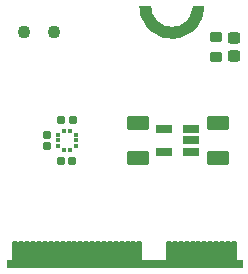
<source format=gbr>
%TF.GenerationSoftware,KiCad,Pcbnew,9.0.0*%
%TF.CreationDate,2025-05-23T15:59:46+04:00*%
%TF.ProjectId,02_04_sensor_barometer_BMP390L,30325f30-345f-4736-956e-736f725f6261,rev?*%
%TF.SameCoordinates,Original*%
%TF.FileFunction,Soldermask,Top*%
%TF.FilePolarity,Negative*%
%FSLAX46Y46*%
G04 Gerber Fmt 4.6, Leading zero omitted, Abs format (unit mm)*
G04 Created by KiCad (PCBNEW 9.0.0) date 2025-05-23 15:59:46*
%MOMM*%
%LPD*%
G01*
G04 APERTURE LIST*
G04 Aperture macros list*
%AMRoundRect*
0 Rectangle with rounded corners*
0 $1 Rounding radius*
0 $2 $3 $4 $5 $6 $7 $8 $9 X,Y pos of 4 corners*
0 Add a 4 corners polygon primitive as box body*
4,1,4,$2,$3,$4,$5,$6,$7,$8,$9,$2,$3,0*
0 Add four circle primitives for the rounded corners*
1,1,$1+$1,$2,$3*
1,1,$1+$1,$4,$5*
1,1,$1+$1,$6,$7*
1,1,$1+$1,$8,$9*
0 Add four rect primitives between the rounded corners*
20,1,$1+$1,$2,$3,$4,$5,0*
20,1,$1+$1,$4,$5,$6,$7,0*
20,1,$1+$1,$6,$7,$8,$9,0*
20,1,$1+$1,$8,$9,$2,$3,0*%
G04 Aperture macros list end*
%ADD10C,0.100000*%
%ADD11C,0.000000*%
%ADD12RoundRect,0.101600X0.175000X0.725000X-0.175000X0.725000X-0.175000X-0.725000X0.175000X-0.725000X0*%
%ADD13C,0.657200*%
%ADD14C,1.100000*%
%ADD15RoundRect,0.165000X0.195000X-0.165000X0.195000X0.165000X-0.195000X0.165000X-0.195000X-0.165000X0*%
%ADD16RoundRect,0.225000X-0.300000X0.225000X-0.300000X-0.225000X0.300000X-0.225000X0.300000X0.225000X0*%
%ADD17RoundRect,0.165000X-0.165000X-0.195000X0.165000X-0.195000X0.165000X0.195000X-0.165000X0.195000X0*%
%ADD18RoundRect,0.050000X0.600000X-0.300000X0.600000X0.300000X-0.600000X0.300000X-0.600000X-0.300000X0*%
%ADD19RoundRect,0.160000X0.160000X0.210000X-0.160000X0.210000X-0.160000X-0.210000X0.160000X-0.210000X0*%
%ADD20RoundRect,0.271739X0.678261X-0.353261X0.678261X0.353261X-0.678261X0.353261X-0.678261X-0.353261X0*%
%ADD21RoundRect,0.050000X0.150000X0.150000X-0.150000X0.150000X-0.150000X-0.150000X0.150000X-0.150000X0*%
%ADD22RoundRect,0.243750X-0.281250X0.243750X-0.281250X-0.243750X0.281250X-0.243750X0.281250X0.243750X0*%
G04 APERTURE END LIST*
D10*
X138500000Y-113900000D02*
X158400000Y-113900000D01*
X158400000Y-114500000D01*
X138500000Y-114500000D01*
X138500000Y-113900000D01*
G36*
X138500000Y-113900000D02*
G01*
X158400000Y-113900000D01*
X158400000Y-114500000D01*
X138500000Y-114500000D01*
X138500000Y-113900000D01*
G37*
D11*
%TO.C,J1*%
G36*
X150776586Y-92728884D02*
G01*
X150855538Y-93023535D01*
X150984456Y-93300000D01*
X151159422Y-93549878D01*
X151375122Y-93765578D01*
X151625000Y-93940544D01*
X151901465Y-94069462D01*
X152196116Y-94148414D01*
X152500000Y-94175000D01*
X152803884Y-94148414D01*
X153098535Y-94069462D01*
X153375000Y-93940544D01*
X153624878Y-93765578D01*
X153840578Y-93549878D01*
X154015544Y-93300000D01*
X154144462Y-93023535D01*
X154250000Y-92425000D01*
X155250000Y-92425000D01*
X155226473Y-92783947D01*
X155156296Y-93136752D01*
X155040669Y-93477379D01*
X154881570Y-93800000D01*
X154681722Y-94099094D01*
X154444544Y-94369544D01*
X154174094Y-94606722D01*
X153875000Y-94806570D01*
X153552379Y-94965669D01*
X153211752Y-95081296D01*
X152500000Y-95175000D01*
X152141053Y-95151473D01*
X151788248Y-95081296D01*
X151447621Y-94965669D01*
X151125000Y-94806570D01*
X150825906Y-94606722D01*
X150555456Y-94369544D01*
X150318278Y-94099094D01*
X150118430Y-93800000D01*
X149959331Y-93477379D01*
X149843704Y-93136752D01*
X149773527Y-92783947D01*
X149750000Y-92425000D01*
X150750000Y-92425000D01*
X150776586Y-92728884D01*
G37*
%TD*%
D12*
%TO.C,J1*%
X157750000Y-113150000D03*
X157250000Y-113150000D03*
X156750000Y-113150000D03*
X156250000Y-113150000D03*
X155750000Y-113150000D03*
X155250000Y-113150000D03*
X154750000Y-113150000D03*
X154250000Y-113150000D03*
X153750000Y-113150000D03*
X153250000Y-113150000D03*
X152750000Y-113150000D03*
X152250000Y-113150000D03*
X149750000Y-113150000D03*
X149250000Y-113150000D03*
X148750000Y-113150000D03*
X148250000Y-113150000D03*
X147750000Y-113150000D03*
X147250000Y-113150000D03*
X146750000Y-113150000D03*
X146250000Y-113150000D03*
X145750000Y-113150000D03*
X145250000Y-113150000D03*
X144750000Y-113150000D03*
X144250000Y-113150000D03*
X143750000Y-113150000D03*
X143250000Y-113150000D03*
X142750000Y-113150000D03*
X142250000Y-113150000D03*
X141750000Y-113150000D03*
X141250000Y-113150000D03*
X140750000Y-113150000D03*
X140250000Y-113150000D03*
X139750000Y-113150000D03*
X139250000Y-113150000D03*
D13*
X150400000Y-93425000D03*
X152500000Y-94725000D03*
X154600000Y-93425000D03*
%TD*%
D14*
%TO.C,SCL1*%
X142500000Y-94600000D03*
%TD*%
D15*
%TO.C,C1*%
X141939929Y-104280127D03*
X141939929Y-103320127D03*
%TD*%
D16*
%TO.C,R1*%
X156200000Y-95075000D03*
X156200000Y-96725000D03*
%TD*%
D17*
%TO.C,C2*%
X143120000Y-105500000D03*
X144080000Y-105500000D03*
%TD*%
D18*
%TO.C,U2*%
X154149987Y-104749962D03*
X154149987Y-103800000D03*
X154149987Y-102850038D03*
X151850013Y-102850038D03*
X151850013Y-104749962D03*
%TD*%
D19*
%TO.C,R2*%
X144149929Y-102100127D03*
X143129929Y-102100127D03*
%TD*%
D20*
%TO.C,C3*%
X156400000Y-105275000D03*
X156400000Y-102325000D03*
%TD*%
D21*
%TO.C,U1*%
X143370028Y-104580036D03*
X143869901Y-104580036D03*
X144400000Y-104300127D03*
X144400000Y-103800000D03*
X144400000Y-103300127D03*
X143869901Y-103019965D03*
X143370028Y-103019965D03*
X142839929Y-103300127D03*
X142839929Y-103800000D03*
X142839929Y-104300127D03*
%TD*%
D14*
%TO.C,SDA1*%
X140000000Y-94600000D03*
%TD*%
D20*
%TO.C,C4*%
X149600000Y-105275000D03*
X149600000Y-102325000D03*
%TD*%
D22*
%TO.C,D1*%
X157780000Y-95112500D03*
X157780000Y-96687500D03*
%TD*%
M02*

</source>
